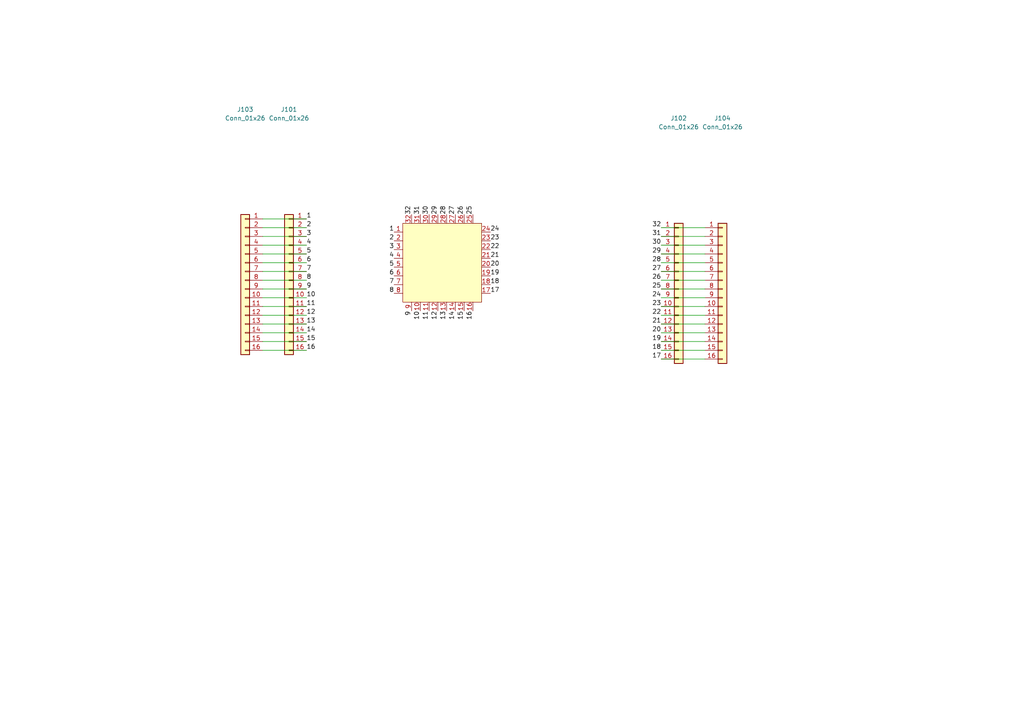
<source format=kicad_sch>
(kicad_sch (version 20250114) (generator "eeschema") (generator_version "9.0")
  (paper "A4")
  (lib_symbols
    (symbol "Connector_Generic:Conn_01x16" (pin_names (offset 1.016) (hide yes))
      (property "Reference" "J" (at 0 20.32 0))
      (property "Value" "Conn_01x16" (at 0 -22.86 0))
      (symbol "Conn_01x16_1_1"
        (rectangle (start -1.27 19.05) (end 1.27 -21.59) (stroke (width 0.254)) (fill (type background)))
        (rectangle (start -1.27 17.907) (end 0 17.653) (stroke (width 0.1524)))
        (rectangle (start -1.27 15.367) (end 0 15.113) (stroke (width 0.1524)))
        (rectangle (start -1.27 12.827) (end 0 12.573) (stroke (width 0.1524)))
        (rectangle (start -1.27 10.287) (end 0 10.033) (stroke (width 0.1524)))
        (rectangle (start -1.27 7.747) (end 0 7.493) (stroke (width 0.1524)))
        (rectangle (start -1.27 5.207) (end 0 4.953) (stroke (width 0.1524)))
        (rectangle (start -1.27 2.667) (end 0 2.413) (stroke (width 0.1524)))
        (rectangle (start -1.27 0.127) (end 0 -0.127) (stroke (width 0.1524)))
        (rectangle (start -1.27 -2.413) (end 0 -2.667) (stroke (width 0.1524)))
        (rectangle (start -1.27 -4.953) (end 0 -5.207) (stroke (width 0.1524)))
        (rectangle (start -1.27 -7.493) (end 0 -7.747) (stroke (width 0.1524)))
        (rectangle (start -1.27 -10.033) (end 0 -10.287) (stroke (width 0.1524)))
        (rectangle (start -1.27 -12.573) (end 0 -12.827) (stroke (width 0.1524)))
        (rectangle (start -1.27 -15.113) (end 0 -15.367) (stroke (width 0.1524)))
        (rectangle (start -1.27 -17.653) (end 0 -17.907) (stroke (width 0.1524)))
        (rectangle (start -1.27 -20.193) (end 0 -20.447) (stroke (width 0.1524)))
        (pin passive line (at -5.08 17.78 0) (length 3.81) (name "Pin_1") (number "1"))
        (pin passive line (at -5.08 15.24 0) (length 3.81) (name "Pin_2") (number "2"))
        (pin passive line (at -5.08 12.7 0) (length 3.81) (name "Pin_3") (number "3"))
        (pin passive line (at -5.08 10.16 0) (length 3.81) (name "Pin_4") (number "4"))
        (pin passive line (at -5.08 7.62 0) (length 3.81) (name "Pin_5") (number "5"))
        (pin passive line (at -5.08 5.08 0) (length 3.81) (name "Pin_6") (number "6"))
        (pin passive line (at -5.08 2.54 0) (length 3.81) (name "Pin_7") (number "7"))
        (pin passive line (at -5.08 0 0) (length 3.81) (name "Pin_8") (number "8"))
        (pin passive line (at -5.08 -2.54 0) (length 3.81) (name "Pin_9") (number "9"))
        (pin passive line (at -5.08 -5.08 0) (length 3.81) (name "Pin_10") (number "10"))
        (pin passive line (at -5.08 -7.62 0) (length 3.81) (name "Pin_11") (number "11"))
        (pin passive line (at -5.08 -10.16 0) (length 3.81) (name "Pin_12") (number "12"))
        (pin passive line (at -5.08 -12.7 0) (length 3.81) (name "Pin_13") (number "13"))
        (pin passive line (at -5.08 -15.24 0) (length 3.81) (name "Pin_14") (number "14"))
        (pin passive line (at -5.08 -17.78 0) (length 3.81) (name "Pin_15") (number "15"))
        (pin passive line (at -5.08 -20.32 0) (length 3.81) (name "Pin_16") (number "16"))
      )
    )
    (symbol "Interface_Ethernet:VSC8541XMV-0x"
      (symbol "VSC8541XMV-0x_0_0"
        (pin unspecified line (at -13.97 8.89 0) (length 2.54) (name "") (number "1"))
        (pin unspecified line (at -13.97 6.35 0) (length 2.54) (name "") (number "2"))
        (pin unspecified line (at -13.97 3.81 0) (length 2.54) (name "") (number "3"))
        (pin unspecified line (at -13.97 1.27 0) (length 2.54) (name "") (number "4"))
        (pin unspecified line (at -13.97 -1.27 0) (length 2.54) (name "") (number "5"))
        (pin unspecified line (at -13.97 -3.81 0) (length 2.54) (name "") (number "6"))
        (pin unspecified line (at -13.97 -6.35 0) (length 2.54) (name "") (number "7"))
        (pin unspecified line (at -13.97 -8.89 0) (length 2.54) (name "") (number "8"))
        (pin unspecified line (at -8.89 13.97 270) (length 2.54) (name "") (number "32"))
        (pin unspecified line (at -8.89 -13.97 90) (length 2.54) (name "") (number "9"))
        (pin unspecified line (at -6.35 13.97 270) (length 2.54) (name "") (number "31"))
        (pin unspecified line (at -6.35 -13.97 90) (length 2.54) (name "") (number "10"))
        (pin unspecified line (at -3.81 13.97 270) (length 2.54) (name "") (number "30"))
        (pin unspecified line (at -3.81 -13.97 90) (length 2.54) (name "") (number "11"))
        (pin unspecified line (at -1.27 13.97 270) (length 2.54) (name "") (number "29"))
        (pin unspecified line (at -1.27 -13.97 90) (length 2.54) (name "") (number "12"))
        (pin unspecified line (at 1.27 13.97 270) (length 2.54) (name "") (number "28"))
        (pin unspecified line (at 1.27 -13.97 90) (length 2.54) (name "") (number "13"))
        (pin unspecified line (at 3.81 13.97 270) (length 2.54) (name "") (number "27"))
        (pin unspecified line (at 3.81 -13.97 90) (length 2.54) (name "") (number "14"))
        (pin unspecified line (at 6.35 13.97 270) (length 2.54) (name "") (number "26"))
        (pin unspecified line (at 6.35 -13.97 90) (length 2.54) (name "") (number "15"))
        (pin unspecified line (at 8.89 13.97 270) (length 2.54) (name "") (number "25"))
        (pin unspecified line (at 8.89 -13.97 90) (length 2.54) (name "") (number "16"))
        (pin unspecified line (at 13.97 8.89 180) (length 2.54) (name "") (number "24"))
        (pin unspecified line (at 13.97 6.35 180) (length 2.54) (name "") (number "23"))
        (pin unspecified line (at 13.97 3.81 180) (length 2.54) (name "") (number "22"))
        (pin unspecified line (at 13.97 1.27 180) (length 2.54) (name "") (number "21"))
        (pin unspecified line (at 13.97 -1.27 180) (length 2.54) (name "") (number "20"))
        (pin unspecified line (at 13.97 -3.81 180) (length 2.54) (name "") (number "19"))
        (pin unspecified line (at 13.97 -6.35 180) (length 2.54) (name "") (number "18"))
        (pin unspecified line (at 13.97 -8.89 180) (length 2.54) (name "") (number "17"))
      )
      (symbol "VSC8541XMV-0x_1_1"
        (rectangle (start -11.43 11.43) (end 11.43 -11.43) (fill (type background)))
      )
    )
  )
  (wire (pts (xy 204.47 66.04) (xy 191.77 66.04)))
  (wire (pts (xy 204.47 101.6) (xy 191.77 101.6)))
  (wire (pts (xy 76.2 88.9) (xy 88.9 88.9)))
  (wire (pts (xy 76.2 71.12) (xy 88.9 71.12)))
  (wire (pts (xy 204.47 81.28) (xy 191.77 81.28)))
  (wire (pts (xy 76.2 91.44) (xy 88.9 91.44)))
  (wire (pts (xy 76.2 63.5) (xy 88.9 63.5)))
  (wire (pts (xy 76.2 66.04) (xy 88.9 66.04)))
  (wire (pts (xy 76.2 101.6) (xy 88.9 101.6)))
  (wire (pts (xy 204.47 88.9) (xy 191.77 88.9)))
  (wire (pts (xy 204.47 78.74) (xy 191.77 78.74)))
  (wire (pts (xy 204.47 76.2) (xy 191.77 76.2)))
  (wire (pts (xy 76.2 83.82) (xy 88.9 83.82)))
  (wire (pts (xy 204.47 104.14) (xy 191.77 104.14)))
  (wire (pts (xy 204.47 93.98) (xy 191.77 93.98)))
  (wire (pts (xy 204.47 73.66) (xy 191.77 73.66)))
  (wire (pts (xy 204.47 96.52) (xy 191.77 96.52)))
  (wire (pts (xy 76.2 81.28) (xy 88.9 81.28)))
  (wire (pts (xy 76.2 96.52) (xy 88.9 96.52)))
  (wire (pts (xy 76.2 68.58) (xy 88.9 68.58)))
  (wire (pts (xy 204.47 91.44) (xy 191.77 91.44)))
  (wire (pts (xy 76.2 99.06) (xy 88.9 99.06)))
  (wire (pts (xy 204.47 71.12) (xy 191.77 71.12)))
  (wire (pts (xy 76.2 78.74) (xy 88.9 78.74)))
  (wire (pts (xy 204.47 99.06) (xy 191.77 99.06)))
  (wire (pts (xy 204.47 83.82) (xy 191.77 83.82)))
  (wire (pts (xy 76.2 86.36) (xy 88.9 86.36)))
  (wire (pts (xy 204.47 86.36) (xy 191.77 86.36)))
  (wire (pts (xy 76.2 76.2) (xy 88.9 76.2)))
  (wire (pts (xy 204.47 68.58) (xy 191.77 68.58)))
  (wire (pts (xy 76.2 93.98) (xy 88.9 93.98)))
  (wire (pts (xy 76.2 73.66) (xy 88.9 73.66)))
  (label "31" (at 191.77 68.58 180))
  (label "19" (at 191.77 99.06 180))
  (label "29" (at 191.77 73.66 180))
  (label "20" (at 191.77 96.52 180))
  (label "26" (at 191.77 81.28 180))
  (label "12" (at 88.9 91.44 0))
  (label "23" (at 191.77 88.9 180))
  (label "11" (at 88.9 88.9 0))
  (label "10" (at 88.9 86.36 0))
  (label "16" (at 88.9 101.6 0))
  (label "14" (at 88.9 96.52 0))
  (label "3" (at 88.9 68.58 0))
  (label "8" (at 88.9 81.28 0))
  (label "18" (at 191.77 101.6 180))
  (label "4" (at 88.9 71.12 0))
  (label "17" (at 191.77 104.14 180))
  (label "21" (at 191.77 93.98 180))
  (label "7" (at 88.9 78.74 0))
  (label "13" (at 88.9 93.98 0))
  (label "27" (at 191.77 78.74 180))
  (label "24" (at 191.77 86.36 180))
  (label "15" (at 88.9 99.06 0))
  (label "2" (at 88.9 66.04 0))
  (label "1" (at 88.9 63.5 0))
  (label "22" (at 191.77 91.44 180))
  (label "32" (at 191.77 66.04 180))
  (label "3" (at 114.3 72.39 180))
  (label "1" (at 114.3 67.31 180))
  (label "2" (at 114.3 69.85 180))
  (label "4" (at 114.3 74.93 180))
  (label "5" (at 114.3 77.47 180))
  (label "6" (at 114.3 80.01 180))
  (label "7" (at 114.3 82.55 180))
  (label "8" (at 114.3 85.09 180))
  (label "10" (at 121.92 90.17 270))
  (label "11" (at 124.46 90.17 270))
  (label "12" (at 127 90.17 270))
  (label "9" (at 119.38 90.17 270))
  (label "13" (at 129.54 90.17 270))
  (label "14" (at 132.08 90.17 270))
  (label "15" (at 134.62 90.17 270))
  (label "16" (at 137.16 90.17 270))
  (label "17" (at 142.24 85.09 0))
  (label "18" (at 142.24 82.55 0))
  (label "21" (at 142.24 74.93 0))
  (label "20" (at 142.24 77.47 0))
  (label "19" (at 142.24 80.01 0))
  (label "22" (at 142.24 72.39 0))
  (label "23" (at 142.24 69.85 0))
  (label "24" (at 142.24 67.31 0))
  (label "25" (at 137.16 62.23 90))
  (label "26" (at 134.62 62.23 90))
  (label "27" (at 132.08 62.23 90))
  (label "28" (at 129.54 62.23 90))
  (label "29" (at 127 62.23 90))
  (label "30" (at 124.46 62.23 90))
  (label "31" (at 121.92 62.23 90))
  (label "32" (at 119.38 62.23 90))
  (label "5" (at 88.9 73.66 0))
  (label "30" (at 191.77 71.12 180))
  (label "9" (at 88.9 83.82 0))
  (label "6" (at 88.9 76.2 0))
  (label "28" (at 191.77 76.2 180))
  (label "25" (at 191.77 83.82 180))
  (symbol (lib_id "Interface_Ethernet:VSC8541XMV-0x") (at 128.27 76.2 0) (unit 1)
    (property "Reference" "U101" (effects (hide yes)))
    (property "Value" "QFN-48" (effects (hide yes)))
    (property "Footprint" "Package_QFP:TQFP-32_7x7mm_P0.8mm" (effects (hide yes)))
  )
  (symbol (lib_id "Connector_Generic:Conn_01x16") (at 209.55 83.82 0) (unit 1)
    (property "Reference" "J104" (at 209.55 34.29 0))
    (property "Value" "Conn_01x26" (at 209.55 36.83 0))
    (property "Footprint" "Connector_PinHeader_2.54mm:PinHeader_1x16_P2.54mm_Vertical_SMD_Pin1Right" (effects (hide yes)))
    (property "Description" "Generic connector, single row, 01x16, script generated (kicad-library-utils/schlib/autogen/connector/)" (effects (hide yes)))
  )
  (symbol (lib_id "Connector_Generic:Conn_01x16") (at 83.82 81.28 0) (mirror y) (unit 1)
    (property "Reference" "J101" (at 83.82 31.75 0))
    (property "Value" "Conn_01x26" (at 83.82 34.29 0))
    (property "Footprint" "Connector_PinHeader_2.54mm:PinHeader_1x16_P2.54mm_Vertical" (effects (hide yes)))
    (property "Description" "Generic connector, single row, 01x16, script generated (kicad-library-utils/schlib/autogen/connector/)" (effects (hide yes)))
  )
  (symbol (lib_id "Connector_Generic:Conn_01x16") (at 196.85 83.82 0) (unit 1)
    (property "Reference" "J102" (at 196.85 34.29 0))
    (property "Value" "Conn_01x26" (at 196.85 36.83 0))
    (property "Footprint" "Connector_PinHeader_2.54mm:PinHeader_1x16_P2.54mm_Vertical" (effects (hide yes)))
    (property "Description" "Generic connector, single row, 01x16, script generated (kicad-library-utils/schlib/autogen/connector/)" (effects (hide yes)))
  )
  (symbol (lib_id "Connector_Generic:Conn_01x16") (at 71.12 81.28 0) (mirror y) (unit 1)
    (property "Reference" "J103" (at 71.12 31.75 0))
    (property "Value" "Conn_01x26" (at 71.12 34.29 0))
    (property "Footprint" "Connector_PinHeader_2.54mm:PinHeader_1x16_P2.54mm_Vertical_SMD_Pin1Left" (effects (hide yes)))
    (property "Description" "Generic connector, single row, 01x16, script generated (kicad-library-utils/schlib/autogen/connector/)" (effects (hide yes)))
  )
)
</source>
